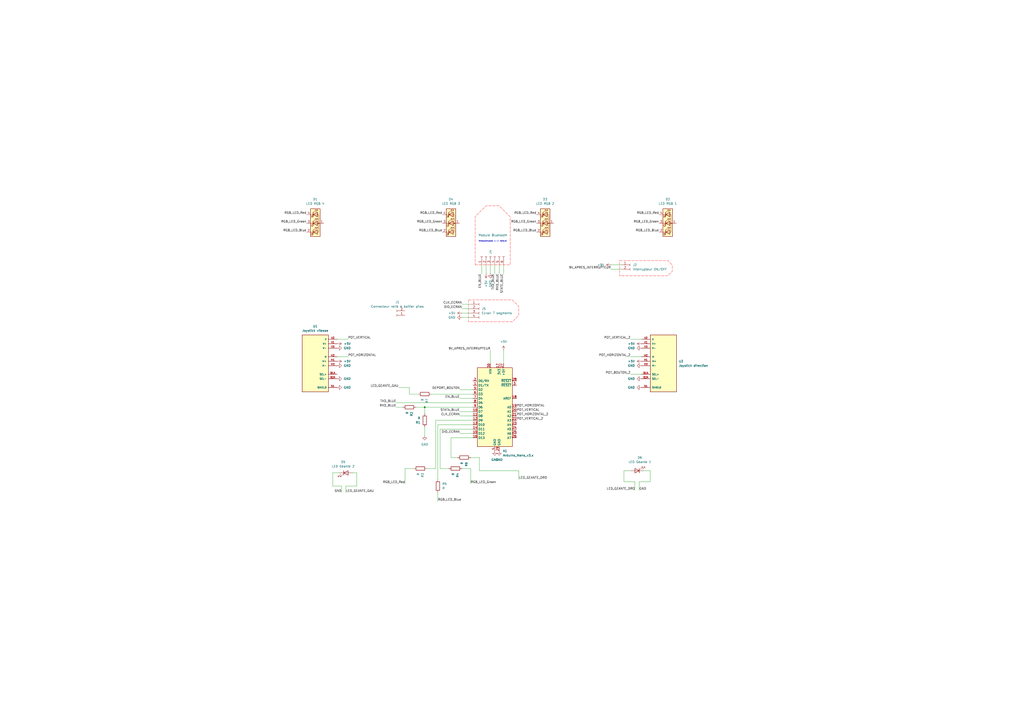
<source format=kicad_sch>
(kicad_sch (version 20250114) (generator "eeschema") (generator_version "9.0")
  (paper "A2")
  (lib_symbols
    (symbol "COM-09032:COM-09032" (pin_names (offset 1.016))
      (property "Reference" "U" (at -7.62 16.002 0))
      (property "Value" "COM-09032" (at -7.62 -20.32 0))
      (symbol "COM-09032_0_0"
        (rectangle (start -7.62 -17.78) (end 7.62 15.24) (stroke (width 0.254)) (fill (type background)))
        (pin passive line (at -12.7 12.7 0) (length 5.08) (name "V") (number "V2"))
        (pin passive line (at -12.7 10.16 0) (length 5.08) (name "V+") (number "V1"))
        (pin passive line (at -12.7 7.62 0) (length 5.08) (name "V-") (number "V3"))
        (pin passive line (at -12.7 2.54 0) (length 5.08) (name "H") (number "H2"))
        (pin passive line (at -12.7 0 0) (length 5.08) (name "H+") (number "H1"))
        (pin passive line (at -12.7 -2.54 0) (length 5.08) (name "H-") (number "H3"))
        (pin passive line (at -12.7 -7.62 0) (length 5.08) (name "SEL+") (number "B1A"))
        (pin passive line (at -12.7 -10.16 0) (length 5.08) (name "SEL-") (number "B2A"))
        (pin passive line (at -12.7 -15.24 0) (length 5.08) (name "SHIELD") (number "S1"))
        (pin passive line (at -12.7 -15.24 0) (length 5.08) (hide yes) (name "SHIELD") (number "S2"))
        (pin passive line (at -12.7 -15.24 0) (length 5.08) (hide yes) (name "SHIELD") (number "S3"))
        (pin passive line (at -12.7 -15.24 0) (length 5.08) (hide yes) (name "SHIELD") (number "S4"))
      )
    )
    (symbol "Connector:Conn_01x02_Socket" (pin_names (offset 1.016) (hide yes))
      (property "Reference" "J" (at 0 2.54 0))
      (property "Value" "Conn_01x02_Socket" (at 0 -5.08 0))
      (symbol "Conn_01x02_Socket_1_1"
        (polyline (pts (xy -1.27 0) (xy -0.508 0)) (stroke (width 0.1524)))
        (polyline (pts (xy -1.27 -2.54) (xy -0.508 -2.54)) (stroke (width 0.1524)))
        (arc (start 0 -0.508) (mid -0.5058 0) (end 0 0.508) (stroke (width 0.1524)))
        (arc (start 0 -3.048) (mid -0.5058 -2.54) (end 0 -2.032) (stroke (width 0.1524)))
        (pin passive line (at -5.08 0 0) (length 3.81) (name "Pin_1") (number "1"))
        (pin passive line (at -5.08 -2.54 0) (length 3.81) (name "Pin_2") (number "2"))
      )
    )
    (symbol "Connector:Conn_01x04_Socket" (pin_names (offset 1.016) (hide yes))
      (property "Reference" "J" (at 0 5.08 0))
      (property "Value" "Conn_01x04_Socket" (at 0 -7.62 0))
      (symbol "Conn_01x04_Socket_1_1"
        (polyline (pts (xy -1.27 2.54) (xy -0.508 2.54)) (stroke (width 0.1524)))
        (polyline (pts (xy -1.27 0) (xy -0.508 0)) (stroke (width 0.1524)))
        (polyline (pts (xy -1.27 -2.54) (xy -0.508 -2.54)) (stroke (width 0.1524)))
        (polyline (pts (xy -1.27 -5.08) (xy -0.508 -5.08)) (stroke (width 0.1524)))
        (arc (start 0 2.032) (mid -0.5058 2.54) (end 0 3.048) (stroke (width 0.1524)))
        (arc (start 0 -0.508) (mid -0.5058 0) (end 0 0.508) (stroke (width 0.1524)))
        (arc (start 0 -3.048) (mid -0.5058 -2.54) (end 0 -2.032) (stroke (width 0.1524)))
        (arc (start 0 -5.588) (mid -0.5058 -5.08) (end 0 -4.572) (stroke (width 0.1524)))
        (pin passive line (at -5.08 2.54 0) (length 3.81) (name "Pin_1") (number "1"))
        (pin passive line (at -5.08 0 0) (length 3.81) (name "Pin_2") (number "2"))
        (pin passive line (at -5.08 -2.54 0) (length 3.81) (name "Pin_3") (number "3"))
        (pin passive line (at -5.08 -5.08 0) (length 3.81) (name "Pin_4") (number "4"))
      )
    )
    (symbol "Connector:Conn_01x06_Socket" (pin_names (offset 1.016) (hide yes))
      (property "Reference" "J" (at 0 7.62 0))
      (property "Value" "Conn_01x06_Socket" (at 0 -10.16 0))
      (symbol "Conn_01x06_Socket_1_1"
        (polyline (pts (xy -1.27 5.08) (xy -0.508 5.08)) (stroke (width 0.1524)))
        (polyline (pts (xy -1.27 2.54) (xy -0.508 2.54)) (stroke (width 0.1524)))
        (polyline (pts (xy -1.27 0) (xy -0.508 0)) (stroke (width 0.1524)))
        (polyline (pts (xy -1.27 -2.54) (xy -0.508 -2.54)) (stroke (width 0.1524)))
        (polyline (pts (xy -1.27 -5.08) (xy -0.508 -5.08)) (stroke (width 0.1524)))
        (polyline (pts (xy -1.27 -7.62) (xy -0.508 -7.62)) (stroke (width 0.1524)))
        (arc (start 0 4.572) (mid -0.5058 5.08) (end 0 5.588) (stroke (width 0.1524)))
        (arc (start 0 2.032) (mid -0.5058 2.54) (end 0 3.048) (stroke (width 0.1524)))
        (arc (start 0 -0.508) (mid -0.5058 0) (end 0 0.508) (stroke (width 0.1524)))
        (arc (start 0 -3.048) (mid -0.5058 -2.54) (end 0 -2.032) (stroke (width 0.1524)))
        (arc (start 0 -5.588) (mid -0.5058 -5.08) (end 0 -4.572) (stroke (width 0.1524)))
        (arc (start 0 -8.128) (mid -0.5058 -7.62) (end 0 -7.112) (stroke (width 0.1524)))
        (pin passive line (at -5.08 5.08 0) (length 3.81) (name "Pin_1") (number "1"))
        (pin passive line (at -5.08 2.54 0) (length 3.81) (name "Pin_2") (number "2"))
        (pin passive line (at -5.08 0 0) (length 3.81) (name "Pin_3") (number "3"))
        (pin passive line (at -5.08 -2.54 0) (length 3.81) (name "Pin_4") (number "4"))
        (pin passive line (at -5.08 -5.08 0) (length 3.81) (name "Pin_5") (number "5"))
        (pin passive line (at -5.08 -7.62 0) (length 3.81) (name "Pin_6") (number "6"))
      )
    )
    (symbol "Device:LED" (pin_numbers (hide yes)) (pin_names (offset 1.016) (hide yes))
      (property "Reference" "D" (at 0 2.54 0))
      (property "Value" "LED" (at 0 -2.54 0))
      (symbol "LED_0_1"
        (polyline (pts (xy -3.048 -0.762) (xy -4.572 -2.286) (xy -3.81 -2.286) (xy -4.572 -2.286) (xy -4.572 -1.524)))
        (polyline (pts (xy -1.778 -0.762) (xy -3.302 -2.286) (xy -2.54 -2.286) (xy -3.302 -2.286) (xy -3.302 -1.524)))
        (polyline (pts (xy -1.27 0) (xy 1.27 0)))
        (polyline (pts (xy -1.27 -1.27) (xy -1.27 1.27)) (stroke (width 0.254)))
        (polyline (pts (xy 1.27 -1.27) (xy 1.27 1.27) (xy -1.27 0) (xy 1.27 -1.27)) (stroke (width 0.254)))
      )
      (symbol "LED_1_1"
        (pin passive line (at -3.81 0 0) (length 2.54) (name "K") (number "1"))
        (pin passive line (at 3.81 0 180) (length 2.54) (name "A") (number "2"))
      )
    )
    (symbol "Device:LED_ABGR" (pin_names (offset 0) (hide yes))
      (property "Reference" "D" (at 0 9.398 0))
      (property "Value" "LED_ABGR" (at 0 -8.89 0))
      (symbol "LED_ABGR_0_0"
        (text "R" (at -1.905 3.81 0) (effects (font (size 1.27 1.27))))
        (text "G" (at -1.905 -1.27 0) (effects (font (size 1.27 1.27))))
        (text "B" (at -1.905 -6.35 0) (effects (font (size 1.27 1.27))))
      )
      (symbol "LED_ABGR_0_1"
        (polyline (pts (xy -1.27 6.35) (xy -1.27 3.81)) (stroke (width 0.254)))
        (polyline (pts (xy -1.27 6.35) (xy -1.27 3.81) (xy -1.27 3.81)))
        (polyline (pts (xy -1.27 5.08) (xy -2.54 5.08)))
        (polyline (pts (xy -1.27 5.08) (xy 1.27 5.08)))
        (polyline (pts (xy -1.27 1.27) (xy -1.27 -1.27)) (stroke (width 0.254)))
        (polyline (pts (xy -1.27 1.27) (xy -1.27 -1.27) (xy -1.27 -1.27)))
        (polyline (pts (xy -1.27 0) (xy -2.54 0)))
        (polyline (pts (xy -1.27 -3.81) (xy -1.27 -6.35)) (stroke (width 0.254)))
        (polyline (pts (xy -1.27 -5.08) (xy -2.54 -5.08)))
        (polyline (pts (xy -1.27 -5.08) (xy 1.27 -5.08)))
        (polyline (pts (xy -1.016 6.35) (xy 0.508 7.874) (xy -0.254 7.874) (xy 0.508 7.874) (xy 0.508 7.112)))
        (polyline (pts (xy -1.016 1.27) (xy 0.508 2.794) (xy -0.254 2.794) (xy 0.508 2.794) (xy 0.508 2.032)))
        (polyline (pts (xy -1.016 -3.81) (xy 0.508 -2.286) (xy -0.254 -2.286) (xy 0.508 -2.286) (xy 0.508 -3.048)))
        (polyline (pts (xy 0 6.35) (xy 1.524 7.874) (xy 0.762 7.874) (xy 1.524 7.874) (xy 1.524 7.112)))
        (polyline (pts (xy 0 1.27) (xy 1.524 2.794) (xy 0.762 2.794) (xy 1.524 2.794) (xy 1.524 2.032)))
        (polyline (pts (xy 0 -3.81) (xy 1.524 -2.286) (xy 0.762 -2.286) (xy 1.524 -2.286) (xy 1.524 -3.048)))
        (polyline (pts (xy 1.27 6.35) (xy 1.27 3.81) (xy -1.27 5.08) (xy 1.27 6.35)) (stroke (width 0.254)))
        (rectangle (start 1.27 6.35) (end 1.27 6.35))
        (rectangle (start 1.27 3.81) (end 1.27 6.35))
        (polyline (pts (xy 1.27 1.27) (xy 1.27 -1.27) (xy -1.27 0) (xy 1.27 1.27)) (stroke (width 0.254)))
        (rectangle (start 1.27 1.27) (end 1.27 1.27))
        (polyline (pts (xy 1.27 0) (xy -1.27 0)))
        (polyline (pts (xy 1.27 0) (xy 2.54 0)))
        (rectangle (start 1.27 -1.27) (end 1.27 1.27))
        (polyline (pts (xy 1.27 -3.81) (xy 1.27 -6.35) (xy -1.27 -5.08) (xy 1.27 -3.81)) (stroke (width 0.254)))
        (polyline (pts (xy 1.27 -5.08) (xy 2.032 -5.08) (xy 2.032 5.08) (xy 1.27 5.08)))
        (circle (center 2.032 0) (radius 0.254) (fill (type outline)))
        (rectangle (start 2.794 8.382) (end -2.794 -7.62) (stroke (width 0.254)) (fill (type background)))
      )
      (symbol "LED_ABGR_1_1"
        (pin passive line (at -5.08 5.08 0) (length 2.54) (name "RK") (number "4"))
        (pin passive line (at -5.08 0 0) (length 2.54) (name "GK") (number "3"))
        (pin passive line (at -5.08 -5.08 0) (length 2.54) (name "BK") (number "2"))
        (pin passive line (at 5.08 0 180) (length 2.54) (name "A") (number "1"))
      )
    )
    (symbol "Device:R" (pin_numbers (hide yes)) (pin_names (offset 0))
      (property "Reference" "R" (at 2.032 0 90))
      (property "Value" "R" (at 0 0 90))
      (symbol "R_0_1"
        (rectangle (start -1.016 -2.54) (end 1.016 2.54) (stroke (width 0.254)))
      )
      (symbol "R_1_1"
        (pin passive line (at 0 3.81 270) (length 1.27) (name "~") (number "1"))
        (pin passive line (at 0 -3.81 90) (length 1.27) (name "~") (number "2"))
      )
    )
    (symbol "MCU_Module:Arduino_Nano_v3.x"
      (property "Reference" "A" (at -10.16 23.495 0))
      (property "Value" "Arduino_Nano_v3.x" (at 5.08 -24.13 0))
      (symbol "Arduino_Nano_v3.x_0_1"
        (rectangle (start -10.16 22.86) (end 10.16 -22.86) (stroke (width 0.254)) (fill (type background)))
      )
      (symbol "Arduino_Nano_v3.x_1_1"
        (pin bidirectional line (at -12.7 15.24 0) (length 2.54) (name "D0/RX") (number "2"))
        (pin bidirectional line (at -12.7 12.7 0) (length 2.54) (name "D1/TX") (number "1"))
        (pin bidirectional line (at -12.7 10.16 0) (length 2.54) (name "D2") (number "5"))
        (pin bidirectional line (at -12.7 7.62 0) (length 2.54) (name "D3") (number "6"))
        (pin bidirectional line (at -12.7 5.08 0) (length 2.54) (name "D4") (number "7"))
        (pin bidirectional line (at -12.7 2.54 0) (length 2.54) (name "D5") (number "8"))
        (pin bidirectional line (at -12.7 0 0) (length 2.54) (name "D6") (number "9"))
        (pin bidirectional line (at -12.7 -2.54 0) (length 2.54) (name "D7") (number "10"))
        (pin bidirectional line (at -12.7 -5.08 0) (length 2.54) (name "D8") (number "11"))
        (pin bidirectional line (at -12.7 -7.62 0) (length 2.54) (name "D9") (number "12"))
        (pin bidirectional line (at -12.7 -10.16 0) (length 2.54) (name "D10") (number "13"))
        (pin bidirectional line (at -12.7 -12.7 0) (length 2.54) (name "D11") (number "14"))
        (pin bidirectional line (at -12.7 -15.24 0) (length 2.54) (name "D12") (number "15"))
        (pin bidirectional line (at -12.7 -17.78 0) (length 2.54) (name "D13") (number "16"))
        (pin power_in line (at -2.54 25.4 270) (length 2.54) (name "VIN") (number "30"))
        (pin power_in line (at 0 -25.4 90) (length 2.54) (name "GND") (number "4"))
        (pin power_out line (at 2.54 25.4 270) (length 2.54) (name "3V3") (number "17"))
        (pin power_in line (at 2.54 -25.4 90) (length 2.54) (name "GND") (number "29"))
        (pin power_out line (at 5.08 25.4 270) (length 2.54) (name "+5V") (number "27"))
        (pin input line (at 12.7 15.24 180) (length 2.54) (name "~{RESET}") (number "28"))
        (pin input line (at 12.7 12.7 180) (length 2.54) (name "~{RESET}") (number "3"))
        (pin input line (at 12.7 5.08 180) (length 2.54) (name "AREF") (number "18"))
        (pin bidirectional line (at 12.7 0 180) (length 2.54) (name "A0") (number "19"))
        (pin bidirectional line (at 12.7 -2.54 180) (length 2.54) (name "A1") (number "20"))
        (pin bidirectional line (at 12.7 -5.08 180) (length 2.54) (name "A2") (number "21"))
        (pin bidirectional line (at 12.7 -7.62 180) (length 2.54) (name "A3") (number "22"))
        (pin bidirectional line (at 12.7 -10.16 180) (length 2.54) (name "A4") (number "23"))
        (pin bidirectional line (at 12.7 -12.7 180) (length 2.54) (name "A5") (number "24"))
        (pin bidirectional line (at 12.7 -15.24 180) (length 2.54) (name "A6") (number "25"))
        (pin bidirectional line (at 12.7 -17.78 180) (length 2.54) (name "A7") (number "26"))
      )
    )
    (symbol "power:+5V" (power) (pin_numbers (hide yes)) (pin_names (offset 0) (hide yes))
      (property "Value" "+5V" (at 0 3.556 0))
      (symbol "+5V_0_1"
        (polyline (pts (xy -0.762 1.27) (xy 0 2.54)))
        (polyline (pts (xy 0 2.54) (xy 0.762 1.27)))
        (polyline (pts (xy 0 0) (xy 0 2.54)))
      )
      (symbol "+5V_1_1"
        (pin power_in line (at 0 0 90) (length 0) (name "~") (number "1"))
      )
    )
    (symbol "power:+9V" (power) (pin_numbers (hide yes)) (pin_names (offset 0) (hide yes))
      (property "Value" "+9V" (at 0 3.556 0))
      (symbol "+9V_0_1"
        (polyline (pts (xy -0.762 1.27) (xy 0 2.54)))
        (polyline (pts (xy 0 2.54) (xy 0.762 1.27)))
        (polyline (pts (xy 0 0) (xy 0 2.54)))
      )
      (symbol "+9V_1_1"
        (pin power_in line (at 0 0 90) (length 0) (name "~") (number "1"))
      )
    )
    (symbol "power:GND" (power) (pin_numbers (hide yes)) (pin_names (offset 0) (hide yes))
      (property "Value" "GND" (at 0 -3.81 0))
      (symbol "GND_0_1"
        (polyline (pts (xy 0 0) (xy 0 -1.27) (xy 1.27 -1.27) (xy 0 -2.54) (xy -1.27 -1.27) (xy 0 -1.27)))
      )
      (symbol "GND_1_1"
        (pin power_in line (at 0 0 270) (length 0) (name "~") (number "1"))
      )
    )
  )
  (text "Télécommande <-> Voiture" (at 285.75 139.954 0) (effects (font (size 0.762 0.762))))
  (junction (at 246.38 236.22))
  (wire (pts (xy 373.38 273.05) (xy 377.19 273.05)))
  (wire (pts (xy 284.48 203.2) (xy 284.48 210.82)))
  (wire (pts (xy 370.84 279.4) (xy 370.84 284.48)))
  (wire (pts (xy 261.62 265.43) (xy 265.43 265.43)))
  (wire (pts (xy 274.32 243.84) (xy 252.73 243.84)))
  (wire (pts (xy 354.33 153.67) (xy 360.68 153.67)))
  (wire (pts (xy 207.01 281.94) (xy 200.66 281.94)))
  (wire (pts (xy 204.47 274.32) (xy 207.01 274.32)))
  (wire (pts (xy 198.12 281.94) (xy 198.12 285.75)))
  (wire (pts (xy 377.19 279.4) (xy 370.84 279.4)))
  (wire (pts (xy 201.93 196.85) (xy 195.58 196.85)))
  (wire (pts (xy 279.4 158.75) (xy 279.4 153.67)))
  (wire (pts (xy 200.66 281.94) (xy 200.66 285.75)))
  (wire (pts (xy 254 246.38) (xy 254 278.13)))
  (wire (pts (xy 233.68 236.22) (xy 229.87 236.22)))
  (wire (pts (xy 266.7 241.3) (xy 274.32 241.3)))
  (wire (pts (xy 231.14 224.79) (xy 237.49 224.79)))
  (wire (pts (xy 300.99 273.05) (xy 300.99 278.13)))
  (wire (pts (xy 241.3 236.22) (xy 246.38 236.22)))
  (wire (pts (xy 281.94 158.75) (xy 281.94 153.67)))
  (wire (pts (xy 273.05 271.78) (xy 267.97 271.78)))
  (wire (pts (xy 287.02 158.75) (xy 287.02 153.67)))
  (wire (pts (xy 242.57 228.6) (xy 237.49 228.6)))
  (wire (pts (xy 266.7 231.14) (xy 274.32 231.14)))
  (wire (pts (xy 255.27 271.78) (xy 260.35 271.78)))
  (wire (pts (xy 284.48 158.75) (xy 284.48 153.67)))
  (wire (pts (xy 292.1 203.2) (xy 292.1 210.82)))
  (wire (pts (xy 246.38 240.03) (xy 246.38 236.22)))
  (wire (pts (xy 246.38 236.22) (xy 274.32 236.22)))
  (wire (pts (xy 261.62 254) (xy 274.32 254)))
  (wire (pts (xy 266.7 238.76) (xy 274.32 238.76)))
  (wire (pts (xy 255.27 248.92) (xy 255.27 271.78)))
  (wire (pts (xy 273.05 280.67) (xy 273.05 271.78)))
  (wire (pts (xy 266.7 251.46) (xy 274.32 251.46)))
  (wire (pts (xy 361.95 279.4) (xy 368.3 279.4)))
  (wire (pts (xy 229.87 233.68) (xy 274.32 233.68)))
  (wire (pts (xy 261.62 254) (xy 261.62 265.43)))
  (wire (pts (xy 267.97 179.07) (xy 273.05 179.07)))
  (wire (pts (xy 234.95 271.78) (xy 240.03 271.78)))
  (wire (pts (xy 354.33 156.21) (xy 360.68 156.21)))
  (wire (pts (xy 274.32 248.92) (xy 255.27 248.92)))
  (wire (pts (xy 289.56 158.75) (xy 289.56 153.67)))
  (wire (pts (xy 237.49 228.6) (xy 237.49 224.79)))
  (wire (pts (xy 201.93 207.01) (xy 195.58 207.01)))
  (wire (pts (xy 234.95 280.67) (xy 234.95 271.78)))
  (wire (pts (xy 361.95 273.05) (xy 361.95 279.4)))
  (wire (pts (xy 247.65 271.78) (xy 252.73 271.78)))
  (wire (pts (xy 193.04 281.94) (xy 198.12 281.94)))
  (wire (pts (xy 250.19 228.6) (xy 274.32 228.6)))
  (wire (pts (xy 267.97 176.53) (xy 273.05 176.53)))
  (wire (pts (xy 365.76 273.05) (xy 361.95 273.05)))
  (wire (pts (xy 292.1 158.75) (xy 292.1 153.67)))
  (wire (pts (xy 365.76 196.85) (xy 372.11 196.85)))
  (wire (pts (xy 266.7 226.06) (xy 274.32 226.06)))
  (wire (pts (xy 193.04 274.32) (xy 193.04 281.94)))
  (wire (pts (xy 207.01 274.32) (xy 207.01 281.94)))
  (wire (pts (xy 278.13 273.05) (xy 300.99 273.05)))
  (wire (pts (xy 196.85 274.32) (xy 193.04 274.32)))
  (wire (pts (xy 273.05 265.43) (xy 278.13 265.43)))
  (wire (pts (xy 278.13 265.43) (xy 278.13 273.05)))
  (wire (pts (xy 254 285.75) (xy 254 290.83)))
  (wire (pts (xy 246.38 252.73) (xy 246.38 247.65)))
  (wire (pts (xy 267.97 181.61) (xy 273.05 181.61)))
  (wire (pts (xy 365.76 207.01) (xy 372.11 207.01)))
  (wire (pts (xy 274.32 246.38) (xy 254 246.38)))
  (wire (pts (xy 252.73 243.84) (xy 252.73 271.78)))
  (wire (pts (xy 267.97 184.15) (xy 273.05 184.15)))
  (wire (pts (xy 377.19 273.05) (xy 377.19 279.4)))
  (wire (pts (xy 368.3 279.4) (xy 368.3 284.48)))
  (wire (pts (xy 365.76 217.17) (xy 372.11 217.17)))
  (label "POT_VERTICAL_2" (at 299.72 243.84 0))
  (label "EN_BLUE" (at 279.4 158.75 270))
  (label "TXD_BLUE" (at 287.02 158.75 270))
  (label "GND" (at 198.12 285.75 180))
  (label "RGB_LED_Red" (at 311.15 124.46 180))
  (label "LED_GEANTE_DRO" (at 368.3 284.48 180))
  (label "POT_HORIZONTAL" (at 201.93 207.01 0))
  (label "9V_APRES_INTERRUPTEUR" (at 354.33 156.21 180))
  (label "STATE_BLUE" (at 292.1 158.75 270))
  (label "DIO_ECRAN" (at 267.97 179.07 180))
  (label "LED_GEANTE_GAU" (at 200.66 285.75 0))
  (label "CLK_ECRAN" (at 267.97 176.53 180))
  (label "RGB_LED_Blue" (at 254 290.83 0))
  (label "EN_BLUE" (at 266.7 231.14 180))
  (label "LED_GEANTE_GAU" (at 231.14 224.79 180))
  (label "9V_APRES_INTERRUPTEUR" (at 284.48 203.2 180))
  (label "RGB_LED_Blue" (at 256.54 134.62 180))
  (label "RGB_LED_Green" (at 177.8 129.54 180))
  (label "RGB_LED_Green" (at 256.54 129.54 180))
  (label "RGB_LED_Green" (at 382.27 129.54 180))
  (label "POT_HORIZONTAL_2" (at 365.76 207.01 180))
  (label "DEPORT_BOUTON" (at 266.7 226.06 180))
  (label "RGB_LED_Red" (at 382.27 124.46 180))
  (label "POT_VERTICAL_2" (at 365.76 196.85 180))
  (label "POT_HORIZONTAL_2" (at 299.72 241.3 0))
  (label "RGB_LED_Red" (at 256.54 124.46 180))
  (label "POT_HORIZONTAL" (at 299.72 236.22 0))
  (label "POT_VERTICAL" (at 201.93 196.85 0))
  (label "RGB_LED_Blue" (at 311.15 134.62 180))
  (label "CLK_ECRAN" (at 266.7 241.3 180))
  (label "POT_BOUTON_2" (at 365.76 217.17 180))
  (label "RGB_LED_Blue" (at 177.8 134.62 180))
  (label "RGB_LED_Blue" (at 382.27 134.62 180))
  (label "STATA_BLUE" (at 266.7 238.76 180))
  (label "RXD_BLUE" (at 289.56 158.75 270))
  (label "RGB_LED_Red" (at 177.8 124.46 180))
  (label "LED_GEANTE_DRO" (at 300.99 278.13 0))
  (label "RGB_LED_Red" (at 234.95 280.67 180))
  (label "GND" (at 370.84 284.48 0))
  (label "DIO_ECRAN" (at 266.7 251.46 180))
  (label "RXD_BLUE" (at 229.87 236.22 180))
  (label "TXD_BLUE" (at 229.87 233.68 180))
  (label "POT_VERTICAL" (at 299.72 238.76 0))
  (label "RGB_LED_Green" (at 311.15 129.54 180))
  (label "RGB_LED_Green" (at 273.05 280.67 0))
  (rule_area (polyline (pts (xy 271.78 173.99) (xy 271.78 186.69) (xy 297.18 186.69) (xy 300.99 182.88) (xy 300.99 177.8) (xy 297.18 173.99)) (stroke (width 0) (type dash))))
  (rule_area (polyline (pts (xy 359.41 151.13) (xy 387.35 151.13) (xy 389.89 153.67) (xy 389.89 157.48) (xy 387.35 160.02) (xy 359.41 160.02)) (stroke (width 0) (type dash))))
  (rule_area (polyline (pts (xy 275.59 153.67) (xy 295.91 153.67) (xy 295.91 125.73) (xy 289.56 119.38) (xy 281.94 119.38) (xy 275.59 125.73)) (stroke (width 0) (type dash))))
  (symbol (lib_id "Device:LED_ABGR") (at 261.62 129.54 0) (unit 1)
    (property "Reference" "D4" (at 261.62 115.57 0))
    (property "Value" "LED RGB 3" (at 261.62 118.11 0))
    (property "Footprint" "LED_THT:LED_D5.0mm-4_RGB" (effects (hide yes)))
    (property "Description" "RGB LED, anode/blue/green/red" (effects (hide yes)))
  )
  (symbol (lib_id "power:+5V") (at 281.94 158.75 180) (unit 1)
    (property "Reference" "#PWR09" (effects (hide yes)))
    (property "Value" "+5V" (at 281.9399 162.56 90) (effects (justify left)))
    (property "Description" "Power symbol creates a global label with name \"+5V\"" (effects (hide yes)))
  )
  (symbol (lib_id "power:GND") (at 246.38 252.73 0) (unit 1)
    (property "Reference" "#PWR018" (effects (hide yes)))
    (property "Value" "GND" (at 246.38 257.81 0))
    (property "Description" "Power symbol creates a global label with name \"GND\" , ground" (effects (hide yes)))
  )
  (symbol (lib_id "power:GND") (at 195.58 224.79 90) (mirror x) (unit 1)
    (property "Reference" "#PWR015" (effects (hide yes)))
    (property "Value" "GND" (at 199.39 224.7899 90) (effects (justify right)))
    (property "Description" "Power symbol creates a global label with name \"GND\" , ground" (effects (hide yes)))
  )
  (symbol (lib_id "Connector:Conn_01x04_Socket") (at 278.13 179.07 0) (unit 1)
    (property "Reference" "J5" (at 279.4 179.0699 0) (effects (justify left)))
    (property "Value" "Ecran 7 segments" (at 279.4 181.6099 0) (effects (justify left)))
    (property "Footprint" "Connector_PinSocket_2.54mm:PinSocket_1x04_P2.54mm_Vertical" (effects (hide yes)))
    (property "Description" "Generic connector, single row, 01x04, script generated" (effects (hide yes)))
  )
  (symbol (lib_id "Connector:Conn_01x06_Socket") (at 284.48 148.59 90) (unit 1)
    (property "Reference" "J4" (at 284.4799 147.32 0) (effects (justify left)))
    (property "Value" "Module Bluetooth" (at 294.386 136.398 90) (effects (justify left)))
    (property "Footprint" "Connector_PinSocket_2.54mm:PinSocket_1x06_P2.54mm_Horizontal" (effects (hide yes)))
    (property "Description" "Generic connector, single row, 01x06, script generated" (effects (hide yes)))
  )
  (symbol (lib_id "Device:R") (at 243.84 271.78 270) (unit 1)
    (property "Reference" "R3" (at 245.1101 274.32 0) (effects (justify left)))
    (property "Value" "R" (at 242.5701 274.32 0) (effects (justify left)))
    (property "Footprint" "Resistor_THT:R_Axial_DIN0207_L6.3mm_D2.5mm_P10.16mm_Horizontal" (effects (hide yes)))
    (property "Description" "Resistor" (effects (hide yes)))
  )
  (symbol (lib_id "Device:R") (at 269.24 265.43 270) (unit 1)
    (property "Reference" "R6" (at 270.5101 267.97 0) (effects (justify left)))
    (property "Value" "R" (at 267.9701 267.97 0) (effects (justify left)))
    (property "Footprint" "Resistor_THT:R_Axial_DIN0207_L6.3mm_D2.5mm_P10.16mm_Horizontal" (effects (hide yes)))
    (property "Description" "Resistor" (effects (hide yes)))
  )
  (symbol (lib_id "Device:R") (at 246.38 243.84 180) (unit 1)
    (property "Reference" "R1" (at 243.84 245.1101 0) (effects (justify left)))
    (property "Value" "R" (at 243.84 242.5701 0) (effects (justify left)))
    (property "Footprint" "Resistor_THT:R_Axial_DIN0207_L6.3mm_D2.5mm_P10.16mm_Horizontal" (effects (hide yes)))
    (property "Description" "Resistor" (effects (hide yes)))
  )
  (symbol (lib_id "Device:LED") (at 369.57 273.05 180) (unit 1)
    (property "Reference" "D6" (at 371.1575 265.43 0))
    (property "Value" "LED Géante 1" (at 371.1575 267.97 0))
    (property "Footprint" "LED_THT:LED_D10.0mm" (effects (hide yes)))
    (property "Description" "Light emitting diode" (effects (hide yes)))
    (property "Sim.Pins" "1=K 2=A" (effects (hide yes)))
  )
  (symbol (lib_id "power:+5V") (at 372.11 199.39 90) (unit 1)
    (property "Reference" "#PWR01" (effects (hide yes)))
    (property "Value" "+5V" (at 368.3 199.3899 90) (effects (justify left)))
    (property "Description" "Power symbol creates a global label with name \"+5V\"" (effects (hide yes)))
  )
  (symbol (lib_id "power:GND") (at 372.11 201.93 270) (unit 1)
    (property "Reference" "#PWR02" (effects (hide yes)))
    (property "Value" "GND" (at 368.3 201.9299 90) (effects (justify right)))
    (property "Description" "Power symbol creates a global label with name \"GND\" , ground" (effects (hide yes)))
  )
  (symbol (lib_id "Device:LED_ABGR") (at 387.35 129.54 0) (unit 1)
    (property "Reference" "D2" (at 387.35 115.57 0))
    (property "Value" "LED RGB 1" (at 387.35 118.11 0))
    (property "Footprint" "LED_THT:LED_D5.0mm-4_RGB" (effects (hide yes)))
    (property "Description" "RGB LED, anode/blue/green/red" (effects (hide yes)))
  )
  (symbol (lib_id "power:GND") (at 372.11 212.09 270) (unit 1)
    (property "Reference" "#PWR04" (effects (hide yes)))
    (property "Value" "GND" (at 368.3 212.0899 90) (effects (justify right)))
    (property "Description" "Power symbol creates a global label with name \"GND\" , ground" (effects (hide yes)))
  )
  (symbol (lib_id "Device:R") (at 264.16 271.78 270) (unit 1)
    (property "Reference" "R4" (at 265.4301 274.32 0) (effects (justify left)))
    (property "Value" "R" (at 262.8901 274.32 0) (effects (justify left)))
    (property "Footprint" "Resistor_THT:R_Axial_DIN0207_L6.3mm_D2.5mm_P10.16mm_Horizontal" (effects (hide yes)))
    (property "Description" "Resistor" (effects (hide yes)))
  )
  (symbol (lib_id "Device:R") (at 237.49 236.22 270) (unit 1)
    (property "Reference" "R2" (at 238.7601 238.76 0) (effects (justify left)))
    (property "Value" "R" (at 236.2201 238.76 0) (effects (justify left)))
    (property "Footprint" "Resistor_THT:R_Axial_DIN0207_L6.3mm_D2.5mm_P10.16mm_Horizontal" (effects (hide yes)))
    (property "Description" "Resistor" (effects (hide yes)))
  )
  (symbol (lib_id "Device:R") (at 246.38 228.6 270) (unit 1)
    (property "Reference" "R7" (at 247.6501 231.14 0) (effects (justify left)))
    (property "Value" "R" (at 245.1101 231.14 0) (effects (justify left)))
    (property "Footprint" "Resistor_THT:R_Axial_DIN0207_L6.3mm_D2.5mm_P10.16mm_Horizontal" (effects (hide yes)))
    (property "Description" "Resistor" (effects (hide yes)))
  )
  (symbol (lib_id "power:+5V") (at 195.58 209.55 270) (mirror x) (unit 1)
    (property "Reference" "#PWR017" (effects (hide yes)))
    (property "Value" "+5V" (at 199.39 209.5499 90) (effects (justify left)))
    (property "Description" "Power symbol creates a global label with name \"+5V\"" (effects (hide yes)))
  )
  (symbol (lib_id "power:GND") (at 195.58 212.09 90) (mirror x) (unit 1)
    (property "Reference" "#PWR013" (effects (hide yes)))
    (property "Value" "GND" (at 199.39 212.0899 90) (effects (justify right)))
    (property "Description" "Power symbol creates a global label with name \"GND\" , ground" (effects (hide yes)))
  )
  (symbol (lib_id "Connector:Conn_01x02_Socket") (at 229.87 182.88 180) (unit 1)
    (property "Reference" "J1" (at 230.505 175.26 0))
    (property "Value" "Connecteur relié à boitier piles" (at 230.505 177.8 0))
    (property "Footprint" "Connector_JST:JST_XH_B2B-XH-A_1x02_P2.50mm_Vertical" (effects (hide yes)))
    (property "Description" "Generic connector, single row, 01x02, script generated" (effects (hide yes)))
  )
  (symbol (lib_id "power:GND") (at 195.58 201.93 90) (mirror x) (unit 1)
    (property "Reference" "#PWR012" (effects (hide yes)))
    (property "Value" "GND" (at 199.39 201.9299 90) (effects (justify right)))
    (property "Description" "Power symbol creates a global label with name \"GND\" , ground" (effects (hide yes)))
  )
  (symbol (lib_id "MCU_Module:Arduino_Nano_v3.x") (at 287.02 236.22 0) (unit 1)
    (property "Reference" "A1" (at 291.7033 261.62 0) (effects (justify left)))
    (property "Value" "Arduino_Nano_v3.x" (at 291.7033 264.16 0) (effects (justify left)))
    (property "Footprint" "Module:Arduino_Nano" (effects (hide yes)))
    (property "Datasheet" "http://www.mouser.com/pdfdocs/Gravitech_Arduino_Nano3_0.pdf" (effects (hide yes)))
    (property "Description" "Arduino Nano v3.x" (effects (hide yes)))
  )
  (symbol (lib_id "power:+5V") (at 195.58 199.39 270) (mirror x) (unit 1)
    (property "Reference" "#PWR016" (effects (hide yes)))
    (property "Value" "+5V" (at 199.39 199.3899 90) (effects (justify left)))
    (property "Description" "Power symbol creates a global label with name \"+5V\"" (effects (hide yes)))
  )
  (symbol (lib_id "power:+5V") (at 267.97 181.61 90) (unit 1)
    (property "Reference" "#PWR07" (effects (hide yes)))
    (property "Value" "+5V" (at 264.16 181.6099 90) (effects (justify left)))
    (property "Description" "Power symbol creates a global label with name \"+5V\"" (effects (hide yes)))
  )
  (symbol (lib_id "power:GND") (at 287.02 261.62 0) (unit 1)
    (property "Reference" "#PWR0101" (effects (hide yes)))
    (property "Value" "GND" (at 287.02 266.7 0))
    (property "Description" "Power symbol creates a global label with name \"GND\" , ground" (effects (hide yes)))
  )
  (symbol (lib_id "COM-09032:COM-09032") (at 384.81 209.55 0) (unit 1)
    (property "Reference" "U2" (at 393.7 209.5499 0) (effects (justify left)))
    (property "Value" "Joystick direction" (at 393.7 212.0899 0) (effects (justify left)))
    (property "Footprint" "COM-09032:XDCR_COM-09032" (effects (hide yes)))
    (property "MF" "SparkFun Electronics" (effects (hide yes)))
    (property "MAXIMUM_PACKAGE_HEIGHT" "30.1mm" (effects (hide yes)))
    (property "Package" "Package" (effects (hide yes)))
    (property "Price" "None" (effects (hide yes)))
    (property "Check_prices" "https://www.snapeda.com/parts/COM-09032/SparkFun/view-part/?ref=eda" (effects (hide yes)))
    (property "STANDARD" "Manufacturer Recommendations" (effects (hide yes)))
    (property "PARTREV" "N/A" (effects (hide yes)))
    (property "SnapEDA_Link" "https://www.snapeda.com/parts/COM-09032/SparkFun/view-part/?ref=snap" (effects (hide yes)))
    (property "MP" "COM-09032" (effects (hide yes)))
    (property "Purchase-URL" "https://www.snapeda.com/api/url_track_click_mouser/?unipart_id=888157&manufacturer=SparkFun Electronics&part_name=COM-09032&search_term=com-09032" (effects (hide yes)))
    (property "Description_1" "Joystick, 2 - Axis Analog (Resistive) Output" (effects (hide yes)))
    (property "Availability" "Not in stock" (effects (hide yes)))
    (property "MANUFACTURER" "SparkFun Electronics" (effects (hide yes)))
  )
  (symbol (lib_id "power:GND") (at 372.11 224.79 270) (unit 1)
    (property "Reference" "#PWR06" (effects (hide yes)))
    (property "Value" "GND" (at 368.3 224.7899 90) (effects (justify right)))
    (property "Description" "Power symbol creates a global label with name \"GND\" , ground" (effects (hide yes)))
  )
  (symbol (lib_id "power:+5V") (at 372.11 209.55 90) (unit 1)
    (property "Reference" "#PWR03" (effects (hide yes)))
    (property "Value" "+5V" (at 368.3 209.5499 90) (effects (justify left)))
    (property "Description" "Power symbol creates a global label with name \"+5V\"" (effects (hide yes)))
  )
  (symbol (lib_id "power:+9V") (at 354.33 153.67 90) (unit 1)
    (property "Reference" "#PWR011" (effects (hide yes)))
    (property "Value" "+9V" (at 350.52 153.6699 90) (effects (justify left)))
    (property "Description" "Power symbol creates a global label with name \"+9V\"" (effects (hide yes)))
  )
  (symbol (lib_id "COM-09032:COM-09032") (at 182.88 209.55 0) (mirror y) (unit 1)
    (property "Reference" "U1" (at 182.88 189.23 0))
    (property "Value" "Joystick vitesse" (at 182.88 191.77 0))
    (property "Footprint" "COM-09032:XDCR_COM-09032" (effects (hide yes)))
    (property "MF" "SparkFun Electronics" (effects (hide yes)))
    (property "MAXIMUM_PACKAGE_HEIGHT" "30.1mm" (effects (hide yes)))
    (property "Package" "Package" (effects (hide yes)))
    (property "Price" "None" (effects (hide yes)))
    (property "Check_prices" "https://www.snapeda.com/parts/COM-09032/SparkFun/view-part/?ref=eda" (effects (hide yes)))
    (property "STANDARD" "Manufacturer Recommendations" (effects (hide yes)))
    (property "PARTREV" "N/A" (effects (hide yes)))
    (property "SnapEDA_Link" "https://www.snapeda.com/parts/COM-09032/SparkFun/view-part/?ref=snap" (effects (hide yes)))
    (property "MP" "COM-09032" (effects (hide yes)))
    (property "Purchase-URL" "https://www.snapeda.com/api/url_track_click_mouser/?unipart_id=888157&manufacturer=SparkFun Electronics&part_name=COM-09032&search_term=com-09032" (effects (hide yes)))
    (property "Description_1" "Joystick, 2 - Axis Analog (Resistive) Output" (effects (hide yes)))
    (property "Availability" "Not in stock" (effects (hide yes)))
    (property "MANUFACTURER" "SparkFun Electronics" (effects (hide yes)))
  )
  (symbol (lib_id "Connector:Conn_01x02_Socket") (at 365.76 153.67 0) (unit 1)
    (property "Reference" "J2" (at 367.03 153.6699 0) (effects (justify left)))
    (property "Value" "interrupteur ON/OFF" (at 367.03 156.2099 0) (effects (justify left)))
    (property "Footprint" "Connector_JST:JST_XH_B2B-XH-A_1x02_P2.50mm_Vertical" (effects (hide yes)))
    (property "Description" "Generic connector, single row, 01x02, script generated" (effects (hide yes)))
  )
  (symbol (lib_id "Device:LED_ABGR") (at 316.23 129.54 0) (unit 1)
    (property "Reference" "D3" (at 316.23 115.57 0))
    (property "Value" "LED RGB 2" (at 316.23 118.11 0))
    (property "Footprint" "LED_THT:LED_D5.0mm-4_RGB" (effects (hide yes)))
    (property "Description" "RGB LED, anode/blue/green/red" (effects (hide yes)))
  )
  (symbol (lib_id "Device:R") (at 254 281.94 180) (unit 1)
    (property "Reference" "R5" (at 256.54 280.6699 0) (effects (justify right)))
    (property "Value" "R" (at 256.54 283.2099 0) (effects (justify right)))
    (property "Footprint" "Resistor_THT:R_Axial_DIN0207_L6.3mm_D2.5mm_P10.16mm_Horizontal" (effects (hide yes)))
    (property "Description" "Resistor" (effects (hide yes)))
  )
  (symbol (lib_id "power:GND") (at 267.97 184.15 270) (unit 1)
    (property "Reference" "#PWR08" (effects (hide yes)))
    (property "Value" "GND" (at 264.16 184.1499 90) (effects (justify right)))
    (property "Description" "Power symbol creates a global label with name \"GND\" , ground" (effects (hide yes)))
  )
  (symbol (lib_id "power:GND") (at 284.48 158.75 0) (unit 1)
    (property "Reference" "#PWR010" (effects (hide yes)))
    (property "Value" "GND" (at 284.4799 162.56 90) (effects (justify right)))
    (property "Description" "Power symbol creates a global label with name \"GND\" , ground" (effects (hide yes)))
  )
  (symbol (lib_id "Device:LED") (at 200.66 274.32 0) (unit 1)
    (property "Reference" "D5" (at 199.0725 267.97 0))
    (property "Value" "LED Géante 2" (at 199.0725 270.51 0))
    (property "Footprint" "LED_THT:LED_D10.0mm" (effects (hide yes)))
    (property "Description" "Light emitting diode" (effects (hide yes)))
    (property "Sim.Pins" "1=K 2=A" (effects (hide yes)))
  )
  (symbol (lib_id "Device:LED_ABGR") (at 182.88 129.54 0) (unit 1)
    (property "Reference" "D1" (at 182.88 115.57 0))
    (property "Value" "LED RGB 4" (at 182.88 118.11 0))
    (property "Footprint" "LED_THT:LED_D5.0mm-4_RGB" (effects (hide yes)))
    (property "Description" "RGB LED, anode/blue/green/red" (effects (hide yes)))
  )
  (symbol (lib_id "power:GND") (at 289.56 261.62 0) (unit 1)
    (property "Reference" "#PWR019" (effects (hide yes)))
    (property "Value" "GND" (at 289.56 266.7 0))
    (property "Description" "Power symbol creates a global label with name \"GND\" , ground" (effects (hide yes)))
  )
  (symbol (lib_id "power:GND") (at 372.11 219.71 270) (unit 1)
    (property "Reference" "#PWR05" (effects (hide yes)))
    (property "Value" "GND" (at 368.3 219.7099 90) (effects (justify right)))
    (property "Description" "Power symbol creates a global label with name \"GND\" , ground" (effects (hide yes)))
  )
  (symbol (lib_id "power:+5V") (at 292.1 203.2 0) (unit 1)
    (property "Reference" "#PWR020" (effects (hide yes)))
    (property "Value" "+5V" (at 292.1 198.12 0))
    (property "Description" "Power symbol creates a global label with name \"+5V\"" (effects (hide yes)))
  )
  (symbol (lib_id "power:GND") (at 195.58 219.71 90) (mirror x) (unit 1)
    (property "Reference" "#PWR014" (effects (hide yes)))
    (property "Value" "GND" (at 199.39 219.7099 90) (effects (justify right)))
    (property "Description" "Power symbol creates a global label with name \"GND\" , ground" (effects (hide yes)))
  )
)
</source>
